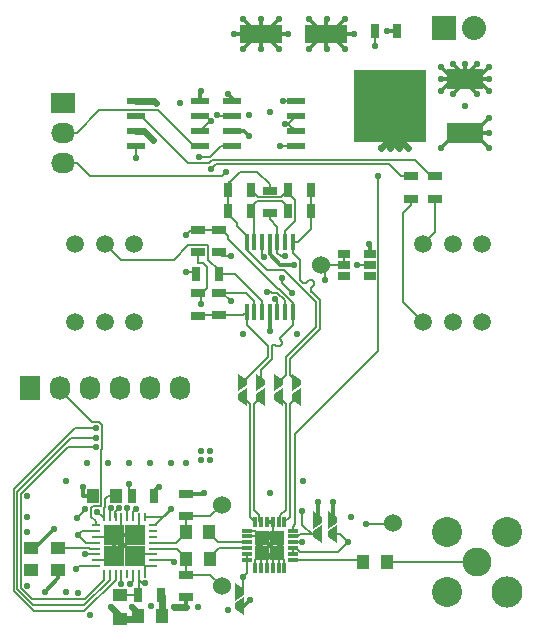
<source format=gtl>
G04 #@! TF.FileFunction,Copper,L1,Top,Signal*
%FSLAX46Y46*%
G04 Gerber Fmt 4.6, Leading zero omitted, Abs format (unit mm)*
G04 Created by KiCad (PCBNEW (2015-09-23 BZR 6209)-product) date Thu 24 Sep 2015 02:01:43 PM EDT*
%MOMM*%
G01*
G04 APERTURE LIST*
%ADD10C,0.100000*%
%ADD11R,3.599180X1.600200*%
%ADD12R,1.000000X1.250000*%
%ADD13R,1.250000X1.000000*%
%ADD14R,0.700000X1.300000*%
%ADD15R,1.300000X0.700000*%
%ADD16C,1.500000*%
%ADD17R,1.550000X0.600000*%
%ADD18R,1.060000X0.650000*%
%ADD19R,0.450000X1.450000*%
%ADD20R,3.048000X1.651000*%
%ADD21R,6.096000X6.096000*%
%ADD22R,0.250000X0.700000*%
%ADD23R,0.700000X0.250000*%
%ADD24R,1.725000X1.725000*%
%ADD25R,0.300000X0.850000*%
%ADD26R,0.850000X0.300000*%
%ADD27R,1.300000X1.300000*%
%ADD28R,1.300000X1.100000*%
%ADD29C,1.524000*%
%ADD30R,2.032000X1.727200*%
%ADD31O,2.032000X1.727200*%
%ADD32R,2.032000X2.032000*%
%ADD33O,2.032000X2.032000*%
%ADD34C,2.440000*%
%ADD35C,2.540000*%
%ADD36C,2.640000*%
%ADD37R,1.727200X2.032000*%
%ADD38O,1.727200X2.032000*%
%ADD39C,0.584200*%
%ADD40C,0.177800*%
%ADD41C,0.304800*%
%ADD42C,0.584200*%
%ADD43C,0.152400*%
G04 APERTURE END LIST*
D10*
G36*
X20466000Y-53023200D02*
X19666000Y-52523200D01*
X19666000Y-52023200D01*
X20466000Y-51523200D01*
X20466000Y-53023200D01*
X20466000Y-53023200D01*
G37*
G36*
X19666000Y-50304000D02*
X20466000Y-50804000D01*
X20466000Y-51304000D01*
X19666000Y-51804000D01*
X19666000Y-50304000D01*
X19666000Y-50304000D01*
G37*
D11*
X27388820Y-3810000D03*
X21887180Y-3810000D03*
D12*
X17494000Y-45974000D03*
X15494000Y-45974000D03*
X17526000Y-48260000D03*
X15526000Y-48260000D03*
X9620000Y-42926000D03*
X7620000Y-42926000D03*
D13*
X9906000Y-51340000D03*
X9906000Y-53340000D03*
D12*
X32496000Y-48514000D03*
X30496000Y-48514000D03*
X13462000Y-53086000D03*
X11462000Y-53086000D03*
D10*
G36*
X19920000Y-32574800D02*
X20720000Y-33074800D01*
X20720000Y-33574800D01*
X19920000Y-34074800D01*
X19920000Y-32574800D01*
X19920000Y-32574800D01*
G37*
G36*
X20720000Y-35294000D02*
X19920000Y-34794000D01*
X19920000Y-34294000D01*
X20720000Y-33794000D01*
X20720000Y-35294000D01*
X20720000Y-35294000D01*
G37*
G36*
X21444000Y-32574800D02*
X22244000Y-33074800D01*
X22244000Y-33574800D01*
X21444000Y-34074800D01*
X21444000Y-32574800D01*
X21444000Y-32574800D01*
G37*
G36*
X22244000Y-35294000D02*
X21444000Y-34794000D01*
X21444000Y-34294000D01*
X22244000Y-33794000D01*
X22244000Y-35294000D01*
X22244000Y-35294000D01*
G37*
G36*
X24492000Y-32574800D02*
X25292000Y-33074800D01*
X25292000Y-33574800D01*
X24492000Y-34074800D01*
X24492000Y-32574800D01*
X24492000Y-32574800D01*
G37*
G36*
X25292000Y-35294000D02*
X24492000Y-34794000D01*
X24492000Y-34294000D01*
X25292000Y-33794000D01*
X25292000Y-35294000D01*
X25292000Y-35294000D01*
G37*
G36*
X22968000Y-32574800D02*
X23768000Y-33074800D01*
X23768000Y-33574800D01*
X22968000Y-34074800D01*
X22968000Y-32574800D01*
X22968000Y-32574800D01*
G37*
G36*
X23768000Y-35294000D02*
X22968000Y-34794000D01*
X22968000Y-34294000D01*
X23768000Y-33794000D01*
X23768000Y-35294000D01*
X23768000Y-35294000D01*
G37*
G36*
X27070000Y-46927200D02*
X26270000Y-46427200D01*
X26270000Y-45927200D01*
X27070000Y-45427200D01*
X27070000Y-46927200D01*
X27070000Y-46927200D01*
G37*
G36*
X26270000Y-44208000D02*
X27070000Y-44708000D01*
X27070000Y-45208000D01*
X26270000Y-45708000D01*
X26270000Y-44208000D01*
X26270000Y-44208000D01*
G37*
G36*
X28340000Y-46927200D02*
X27540000Y-46427200D01*
X27540000Y-45927200D01*
X28340000Y-45427200D01*
X28340000Y-46927200D01*
X28340000Y-46927200D01*
G37*
G36*
X27540000Y-44208000D02*
X28340000Y-44708000D01*
X28340000Y-45208000D01*
X27540000Y-45708000D01*
X27540000Y-44208000D01*
X27540000Y-44208000D01*
G37*
D14*
X31496000Y-3556000D03*
X33396000Y-3556000D03*
D15*
X34544000Y-17780000D03*
X34544000Y-15880000D03*
X36576000Y-17780000D03*
X36576000Y-15880000D03*
D14*
X16388000Y-24130000D03*
X18288000Y-24130000D03*
D15*
X18288000Y-27620000D03*
X18288000Y-25720000D03*
X18288000Y-20386000D03*
X18288000Y-22286000D03*
X16510000Y-27686000D03*
X16510000Y-25786000D03*
X16510000Y-20386000D03*
X16510000Y-22286000D03*
X22606000Y-17084000D03*
X22606000Y-18984000D03*
D14*
X26096000Y-17018000D03*
X24196000Y-17018000D03*
X19116000Y-17018000D03*
X21016000Y-17018000D03*
X26096000Y-18796000D03*
X24196000Y-18796000D03*
X19116000Y-18796000D03*
X21016000Y-18796000D03*
X10922000Y-42926000D03*
X12822000Y-42926000D03*
D15*
X15494000Y-51496000D03*
X15494000Y-49596000D03*
X15494000Y-42738000D03*
X15494000Y-44638000D03*
D14*
X11496000Y-51308000D03*
X13396000Y-51308000D03*
D16*
X38100000Y-28194000D03*
X35600000Y-28194000D03*
X40600000Y-28194000D03*
X38100000Y-21590000D03*
X35600000Y-21590000D03*
X40600000Y-21590000D03*
X8636000Y-21590000D03*
X6136000Y-21590000D03*
X11136000Y-21590000D03*
X8636000Y-28194000D03*
X6136000Y-28194000D03*
X11136000Y-28194000D03*
D17*
X24798000Y-13335000D03*
X24798000Y-12065000D03*
X24798000Y-10795000D03*
X24798000Y-9525000D03*
X19398000Y-9525000D03*
X19398000Y-10795000D03*
X19398000Y-12065000D03*
X19398000Y-13335000D03*
X16670000Y-13335000D03*
X16670000Y-12065000D03*
X16670000Y-10795000D03*
X16670000Y-9525000D03*
X11270000Y-9525000D03*
X11270000Y-10795000D03*
X11270000Y-12065000D03*
X11270000Y-13335000D03*
D18*
X31072000Y-24318000D03*
X31072000Y-23368000D03*
X31072000Y-22418000D03*
X28872000Y-22418000D03*
X28872000Y-24318000D03*
X28872000Y-23368000D03*
D19*
X20656000Y-27334000D03*
X21306000Y-27334000D03*
X21956000Y-27334000D03*
X22606000Y-27334000D03*
X23256000Y-27334000D03*
X23906000Y-27334000D03*
X24556000Y-27334000D03*
X24556000Y-21434000D03*
X23906000Y-21434000D03*
X23256000Y-21434000D03*
X22606000Y-21434000D03*
X21956000Y-21434000D03*
X21306000Y-21434000D03*
X20656000Y-21434000D03*
D20*
X39116000Y-12192000D03*
D21*
X32766000Y-9906000D03*
D20*
X39116000Y-7620000D03*
D22*
X8550000Y-49537000D03*
X9050000Y-49537000D03*
X9550000Y-49537000D03*
X10050000Y-49537000D03*
X10550000Y-49537000D03*
X11050000Y-49537000D03*
X11550000Y-49537000D03*
X12050000Y-49537000D03*
D23*
X12700000Y-48887000D03*
X12700000Y-48387000D03*
X12700000Y-47887000D03*
X12700000Y-47387000D03*
X12700000Y-46887000D03*
X12700000Y-46387000D03*
X12700000Y-45887000D03*
X12700000Y-45387000D03*
D22*
X12050000Y-44737000D03*
X11550000Y-44737000D03*
X11050000Y-44737000D03*
X10550000Y-44737000D03*
X10050000Y-44737000D03*
X9550000Y-44737000D03*
X9050000Y-44737000D03*
X8550000Y-44737000D03*
D23*
X7900000Y-45387000D03*
X7900000Y-45887000D03*
X7900000Y-46387000D03*
X7900000Y-46887000D03*
X7900000Y-47387000D03*
X7900000Y-47887000D03*
X7900000Y-48387000D03*
X7900000Y-48887000D03*
D24*
X11162500Y-46274500D03*
X9437500Y-46274500D03*
X11162500Y-47999500D03*
X9437500Y-47999500D03*
D25*
X21356000Y-49067000D03*
X21856000Y-49067000D03*
X22356000Y-49067000D03*
X22856000Y-49067000D03*
X23356000Y-49067000D03*
X23856000Y-49067000D03*
D26*
X24556000Y-48367000D03*
X24556000Y-47867000D03*
X24556000Y-47367000D03*
X24556000Y-46867000D03*
X24556000Y-46367000D03*
X24556000Y-45867000D03*
D25*
X23856000Y-45167000D03*
X23356000Y-45167000D03*
X22856000Y-45167000D03*
X22356000Y-45167000D03*
X21856000Y-45167000D03*
X21356000Y-45167000D03*
D26*
X20656000Y-45867000D03*
X20656000Y-46367000D03*
X20656000Y-46867000D03*
X20656000Y-47367000D03*
X20656000Y-47867000D03*
X20656000Y-48367000D03*
D27*
X23256000Y-46467000D03*
X21956000Y-46467000D03*
X23256000Y-47767000D03*
X21956000Y-47767000D03*
D28*
X2406000Y-47310000D03*
X4706000Y-47310000D03*
X2406000Y-49210000D03*
X4706000Y-49210000D03*
D29*
X26924000Y-23368000D03*
X18542000Y-43688000D03*
X33020000Y-45212000D03*
D30*
X5080000Y-9652000D03*
D31*
X5080000Y-12192000D03*
X5080000Y-14732000D03*
D32*
X37338000Y-3302000D03*
D33*
X39878000Y-3302000D03*
D29*
X18542000Y-50546000D03*
D34*
X40132000Y-48514000D03*
D35*
X37592000Y-45974000D03*
X42672000Y-45974000D03*
X37592000Y-51054000D03*
D36*
X42672000Y-51054000D03*
D37*
X2286000Y-33782000D03*
D38*
X4826000Y-33782000D03*
X7366000Y-33782000D03*
X9906000Y-33782000D03*
X12446000Y-33782000D03*
X14986000Y-33782000D03*
D39*
X17653000Y-11176000D03*
X23876000Y-11430000D03*
X22606000Y-10449159D03*
X23749000Y-9525000D03*
X2062961Y-50531158D03*
X2079988Y-42957869D03*
X2048119Y-44704000D03*
X2048119Y-45974000D03*
X7357061Y-52972596D03*
X6779119Y-42164000D03*
X14986000Y-9652000D03*
X25400000Y-41656000D03*
X9017000Y-47498000D03*
X9906000Y-47498000D03*
X10668000Y-47498000D03*
X10668000Y-48387000D03*
X11557000Y-45847000D03*
X9017000Y-45847000D03*
X11557000Y-48387000D03*
X23495000Y-48006000D03*
X11557000Y-47498000D03*
X23495000Y-47117000D03*
X11557000Y-46736000D03*
X21717000Y-48006000D03*
X22606000Y-46228000D03*
X9017000Y-46609000D03*
X23495000Y-46228000D03*
X3556000Y-51054000D03*
X14224000Y-40132000D03*
X9906000Y-46609000D03*
X12446000Y-40132000D03*
X10668000Y-40132000D03*
X8890000Y-40132000D03*
X7112000Y-40132000D03*
X9906000Y-48387000D03*
X9144000Y-52324000D03*
X10922000Y-52324000D03*
X16510000Y-52324000D03*
X29972000Y-23368000D03*
X19558000Y-3810000D03*
X29464000Y-44704000D03*
X20320000Y-5080000D03*
X10668000Y-46609000D03*
X23368000Y-2540000D03*
X22606000Y-47117000D03*
X9906000Y-45847000D03*
X21844000Y-2540000D03*
X24130000Y-3810000D03*
X21717000Y-46228000D03*
X21844000Y-5080000D03*
X41148000Y-13462000D03*
X41148000Y-10922000D03*
X12592858Y-52267976D03*
X15494000Y-40132000D03*
X39116000Y-9906000D03*
X23368000Y-5080000D03*
X22606000Y-42672000D03*
X20828000Y-10668000D03*
X10668000Y-45847000D03*
X41148000Y-12192000D03*
X16764000Y-8636000D03*
X9017000Y-48387000D03*
X24892000Y-29210000D03*
X13208000Y-42164000D03*
X37084000Y-13462000D03*
X20320000Y-29210000D03*
X24638000Y-23368000D03*
X19050000Y-52578000D03*
X20320000Y-2540000D03*
X21717000Y-47117000D03*
X32512000Y-3556000D03*
X22606000Y-48006000D03*
X12700000Y-12827000D03*
X12954000Y-9652000D03*
X20949580Y-51751411D03*
X27940000Y-43434000D03*
X26670000Y-43434000D03*
X30988000Y-21590000D03*
X25908000Y-5080000D03*
X25908000Y-2540000D03*
X28956000Y-2540000D03*
X28956000Y-5080000D03*
X27432000Y-5080000D03*
X27432000Y-2540000D03*
X29718000Y-3810000D03*
X37084000Y-8636000D03*
X37084000Y-6604000D03*
X37084000Y-7620000D03*
X38100000Y-8890000D03*
X40132000Y-8890000D03*
X41148000Y-8636000D03*
X41148000Y-6604000D03*
X38100000Y-6350000D03*
X40132000Y-6350000D03*
X39116000Y-6350000D03*
X41148000Y-7620000D03*
X20828000Y-12446000D03*
X19050000Y-8890000D03*
X22606000Y-28956000D03*
X23013538Y-26234563D03*
X27305000Y-24638000D03*
X22098000Y-22733000D03*
X34290000Y-13462000D03*
X32004000Y-13462000D03*
X16764000Y-39878000D03*
X16764000Y-39116000D03*
X6350000Y-51183520D03*
X6223000Y-49149000D03*
X14224000Y-44069000D03*
X10795000Y-50419000D03*
X10033000Y-50423438D03*
X4318000Y-45720000D03*
X17018000Y-42672000D03*
X6350000Y-46228000D03*
X5334000Y-41656000D03*
X5334000Y-51054000D03*
X15494000Y-52324000D03*
X14478000Y-48514000D03*
X14478000Y-52324000D03*
X33528000Y-13462000D03*
X32766000Y-13462000D03*
X17526000Y-39878000D03*
X17526000Y-39116000D03*
X11251591Y-44001594D03*
X9126065Y-43969309D03*
X10542990Y-43991561D03*
X12065000Y-50303562D03*
X25374525Y-44195479D03*
X6985000Y-47879000D03*
X7874000Y-37211000D03*
X7874000Y-38046673D03*
X7874000Y-38755346D03*
X31496000Y-4826000D03*
X31750000Y-15875000D03*
X18154107Y-10674893D03*
X17653000Y-15240000D03*
X19304000Y-22606000D03*
X19304000Y-26416000D03*
X16764000Y-26670000D03*
X22352000Y-25654000D03*
X24511000Y-25781000D03*
X23622000Y-24511000D03*
X23876000Y-22606000D03*
X9834734Y-43967572D03*
X10668000Y-41937562D03*
X16637000Y-14224000D03*
X11303000Y-14351000D03*
X30734000Y-45339000D03*
X25374438Y-46863000D03*
X15494000Y-24003000D03*
X15494000Y-20828000D03*
X20320000Y-49784000D03*
X6279994Y-44838497D03*
X6985000Y-44080562D03*
X8001000Y-44269845D03*
X29210000Y-46863000D03*
X23495000Y-13335000D03*
X18923000Y-15494000D03*
D40*
X16670000Y-10795000D02*
X17272000Y-10795000D01*
X17272000Y-10795000D02*
X17653000Y-11176000D01*
X17653000Y-11176000D02*
X17559000Y-11176000D01*
X17559000Y-11176000D02*
X16670000Y-12065000D01*
X23876000Y-11430000D02*
X24163000Y-11430000D01*
X24163000Y-11430000D02*
X24798000Y-12065000D01*
X24163000Y-11430000D02*
X24798000Y-10795000D01*
X31072000Y-23368000D02*
X29972000Y-23368000D01*
X24798000Y-9525000D02*
X23749000Y-9525000D01*
D41*
X22356000Y-45167000D02*
X22856000Y-45167000D01*
D42*
X11462000Y-53086000D02*
X11462000Y-52864000D01*
X11462000Y-52864000D02*
X10922000Y-52324000D01*
X9906000Y-53340000D02*
X9906000Y-53086000D01*
X9906000Y-53086000D02*
X9144000Y-52324000D01*
X9906000Y-53340000D02*
X11208000Y-53340000D01*
X11208000Y-53340000D02*
X11462000Y-53086000D01*
D41*
X6779119Y-42577091D02*
X6779119Y-42164000D01*
X6779119Y-42889919D02*
X6779119Y-42577091D01*
X6815200Y-42926000D02*
X6779119Y-42889919D01*
X7620000Y-42926000D02*
X6815200Y-42926000D01*
D40*
X12700000Y-47887000D02*
X11275000Y-47887000D01*
X11275000Y-47887000D02*
X11162500Y-47999500D01*
X10050000Y-44737000D02*
X10050000Y-45703000D01*
X10050000Y-45703000D02*
X9906000Y-45847000D01*
X11550000Y-44737000D02*
X11550000Y-45840000D01*
X11550000Y-45840000D02*
X11557000Y-45847000D01*
X7900000Y-46387000D02*
X8795000Y-46387000D01*
X8795000Y-46387000D02*
X9017000Y-46609000D01*
X7900000Y-48387000D02*
X9017000Y-48387000D01*
X12050000Y-49537000D02*
X12050000Y-48880000D01*
X12050000Y-48880000D02*
X11557000Y-48387000D01*
X12700000Y-48887000D02*
X12057000Y-48887000D01*
X12057000Y-48887000D02*
X11557000Y-48387000D01*
X23856000Y-49067000D02*
X23856000Y-48367000D01*
X23856000Y-48367000D02*
X23495000Y-48006000D01*
X23356000Y-49067000D02*
X23356000Y-47867000D01*
X23356000Y-47867000D02*
X23256000Y-47767000D01*
X22856000Y-49067000D02*
X22856000Y-48256000D01*
X22856000Y-48256000D02*
X22606000Y-48006000D01*
X22356000Y-49067000D02*
X22356000Y-48167000D01*
X22356000Y-48167000D02*
X21956000Y-47767000D01*
X21356000Y-49067000D02*
X21356000Y-48367000D01*
X21356000Y-48367000D02*
X21956000Y-47767000D01*
X20656000Y-45867000D02*
X21356000Y-45867000D01*
X21356000Y-45867000D02*
X21717000Y-46228000D01*
X22856000Y-45167000D02*
X22856000Y-45978000D01*
X22856000Y-45978000D02*
X22606000Y-46228000D01*
X20656000Y-46367000D02*
X21578000Y-46367000D01*
X21578000Y-46367000D02*
X21717000Y-46228000D01*
X21856000Y-49067000D02*
X21856000Y-48145000D01*
X21856000Y-48145000D02*
X21717000Y-48006000D01*
D41*
X9906000Y-46609000D02*
X9906000Y-47531000D01*
X9437500Y-46274500D02*
X11162500Y-47999500D01*
X9437500Y-46274500D02*
X9437500Y-47999500D01*
X23256000Y-46467000D02*
X21956000Y-46467000D01*
X23368000Y-47879000D02*
X23256000Y-47767000D01*
X23368000Y-46228000D02*
X23368000Y-46355000D01*
X21844000Y-46228000D02*
X21844000Y-46355000D01*
X21844000Y-46228000D02*
X21844000Y-47655000D01*
X21844000Y-47655000D02*
X21956000Y-47767000D01*
X4706000Y-49210000D02*
X4706000Y-49904000D01*
X4706000Y-49904000D02*
X3556000Y-51054000D01*
X9906000Y-47498000D02*
X9906000Y-47531000D01*
X12822000Y-42926000D02*
X12822000Y-42550000D01*
X23368000Y-48006000D02*
X23368000Y-47879000D01*
X11162500Y-46274500D02*
X9437500Y-47999500D01*
X23368000Y-46355000D02*
X23256000Y-46467000D01*
X21887180Y-3810000D02*
X19558000Y-3810000D01*
X21887180Y-3810000D02*
X21590000Y-3810000D01*
X22098000Y-3810000D02*
X23368000Y-2540000D01*
X21844000Y-46355000D02*
X21956000Y-46467000D01*
X21887180Y-5036820D02*
X21844000Y-5080000D01*
X22098000Y-3810000D02*
X23368000Y-5080000D01*
X33396000Y-3556000D02*
X32512000Y-3556000D01*
X39116000Y-12192000D02*
X38354000Y-12192000D01*
X39878000Y-12192000D02*
X41148000Y-13462000D01*
X39116000Y-12192000D02*
X39878000Y-12192000D01*
X12822000Y-42550000D02*
X13208000Y-42164000D01*
X39878000Y-12192000D02*
X41148000Y-10922000D01*
X21590000Y-3810000D02*
X20320000Y-2540000D01*
X21887180Y-3810000D02*
X24130000Y-3810000D01*
X39116000Y-12192000D02*
X41148000Y-12192000D01*
X9437500Y-46274500D02*
X11162500Y-46274500D01*
X16670000Y-8730000D02*
X16764000Y-8636000D01*
X21887180Y-3810000D02*
X21887180Y-2583180D01*
X22606000Y-21434000D02*
X22606000Y-22463800D01*
X23510200Y-23368000D02*
X24638000Y-23368000D01*
X21590000Y-3810000D02*
X20320000Y-5080000D01*
X21887180Y-3810000D02*
X21887180Y-5036820D01*
X38354000Y-12192000D02*
X37084000Y-13462000D01*
X22606000Y-22463800D02*
X23510200Y-23368000D01*
X9906000Y-47531000D02*
X9437500Y-47999500D01*
X21887180Y-2583180D02*
X21844000Y-2540000D01*
X16670000Y-9525000D02*
X16670000Y-8730000D01*
X21887180Y-3810000D02*
X22098000Y-3810000D01*
D42*
X11270000Y-12065000D02*
X11938000Y-12065000D01*
X11938000Y-12065000D02*
X12700000Y-12827000D01*
X11270000Y-9525000D02*
X12827000Y-9525000D01*
X12827000Y-9525000D02*
X12954000Y-9652000D01*
D41*
X20066000Y-52273200D02*
X20427791Y-52273200D01*
X20427791Y-52273200D02*
X20949580Y-51751411D01*
X27940000Y-44958000D02*
X27940000Y-43434000D01*
X26670000Y-44958000D02*
X26670000Y-43434000D01*
X31072000Y-22418000D02*
X31072000Y-21674000D01*
X31072000Y-21674000D02*
X30988000Y-21590000D01*
X27178000Y-3810000D02*
X25908000Y-5080000D01*
X27388820Y-3810000D02*
X27178000Y-3810000D01*
X27178000Y-3810000D02*
X25908000Y-2540000D01*
X27686000Y-3810000D02*
X28956000Y-2540000D01*
X27388820Y-3810000D02*
X27686000Y-3810000D01*
X27686000Y-3810000D02*
X28956000Y-5080000D01*
X27388820Y-3810000D02*
X27388820Y-5036820D01*
X27388820Y-5036820D02*
X27432000Y-5080000D01*
X27388820Y-3810000D02*
X27388820Y-2583180D01*
X27388820Y-2583180D02*
X27432000Y-2540000D01*
X27388820Y-3810000D02*
X29718000Y-3810000D01*
X38100000Y-7620000D02*
X37084000Y-8636000D01*
X39116000Y-7620000D02*
X38100000Y-7620000D01*
X38100000Y-7620000D02*
X37084000Y-6604000D01*
X39116000Y-7620000D02*
X37084000Y-7620000D01*
X39116000Y-7874000D02*
X38100000Y-8890000D01*
X39116000Y-7620000D02*
X39116000Y-7874000D01*
X39116000Y-7874000D02*
X40132000Y-8890000D01*
X40132000Y-7620000D02*
X41148000Y-8636000D01*
X39116000Y-7620000D02*
X40132000Y-7620000D01*
X40132000Y-7620000D02*
X41148000Y-6604000D01*
X39116000Y-7366000D02*
X38100000Y-6350000D01*
X39116000Y-7620000D02*
X39116000Y-7366000D01*
X39116000Y-7366000D02*
X40132000Y-6350000D01*
X39116000Y-7620000D02*
X39116000Y-6350000D01*
X39116000Y-7620000D02*
X41148000Y-7620000D01*
X19398000Y-12065000D02*
X20447000Y-12065000D01*
X20447000Y-12065000D02*
X20828000Y-12446000D01*
X19398000Y-9525000D02*
X19398000Y-9238000D01*
X19398000Y-9238000D02*
X19050000Y-8890000D01*
X22606000Y-28956000D02*
X22606000Y-27334000D01*
D40*
X28872000Y-22418000D02*
X28872000Y-23368000D01*
X23256000Y-26477025D02*
X23013538Y-26234563D01*
X23256000Y-27334000D02*
X23256000Y-26477025D01*
X28872000Y-23368000D02*
X26924000Y-23368000D01*
X27305000Y-24638000D02*
X27305000Y-23749000D01*
X27305000Y-23749000D02*
X26924000Y-23368000D01*
X21956000Y-21434000D02*
X21956000Y-22591000D01*
X21956000Y-22591000D02*
X22098000Y-22733000D01*
D42*
X32766000Y-9906000D02*
X32766000Y-12700000D01*
X32766000Y-12700000D02*
X33528000Y-13462000D01*
X32766000Y-9906000D02*
X32766000Y-11938000D01*
X32766000Y-11938000D02*
X34290000Y-13462000D01*
X32766000Y-12700000D02*
X32004000Y-13462000D01*
X15494000Y-52324000D02*
X14478000Y-52324000D01*
D40*
X7900000Y-48887000D02*
X6485000Y-48887000D01*
X6485000Y-48887000D02*
X6223000Y-49149000D01*
X7900000Y-46887000D02*
X7009000Y-46887000D01*
X7009000Y-46887000D02*
X6350000Y-46228000D01*
X7900000Y-45887000D02*
X6691000Y-45887000D01*
X6691000Y-45887000D02*
X6350000Y-46228000D01*
X12050000Y-44737000D02*
X13556000Y-44737000D01*
X13556000Y-44737000D02*
X14224000Y-44069000D01*
X12700000Y-45387000D02*
X12925000Y-45387000D01*
X12925000Y-45387000D02*
X14224000Y-44088000D01*
X14224000Y-44088000D02*
X14224000Y-44069000D01*
X12700000Y-48387000D02*
X14351000Y-48387000D01*
X14351000Y-48387000D02*
X14478000Y-48514000D01*
X11050000Y-49537000D02*
X11050000Y-50164000D01*
X11050000Y-50164000D02*
X10795000Y-50419000D01*
X10050000Y-49537000D02*
X10050000Y-50406438D01*
X10050000Y-50406438D02*
X10033000Y-50423438D01*
D41*
X2406000Y-47310000D02*
X2728000Y-47310000D01*
X2728000Y-47310000D02*
X4318000Y-45720000D01*
X15494000Y-42738000D02*
X16952000Y-42738000D01*
X16952000Y-42738000D02*
X17018000Y-42672000D01*
X15494000Y-51496000D02*
X15494000Y-52324000D01*
D42*
X33528000Y-13462000D02*
X33528000Y-10668000D01*
X33528000Y-10668000D02*
X32766000Y-9906000D01*
X32766000Y-13462000D02*
X32766000Y-9906000D01*
D40*
X11050000Y-44203185D02*
X11251591Y-44001594D01*
X11050000Y-44737000D02*
X11050000Y-44203185D01*
X9050000Y-44045374D02*
X9126065Y-43969309D01*
X9050000Y-44737000D02*
X9050000Y-44045374D01*
X10550000Y-43998571D02*
X10542990Y-43991561D01*
X10550000Y-44737000D02*
X10550000Y-43998571D01*
X11550000Y-49537000D02*
X11550000Y-50064800D01*
X11550000Y-50064800D02*
X11788762Y-50303562D01*
X11788762Y-50303562D02*
X12065000Y-50303562D01*
X11496000Y-51308000D02*
X11496000Y-51115000D01*
X11496000Y-51308000D02*
X9938000Y-51308000D01*
X9938000Y-51308000D02*
X9906000Y-51340000D01*
X11550000Y-49537000D02*
X11550000Y-51254000D01*
X11550000Y-51254000D02*
X11496000Y-51308000D01*
X26170000Y-46177200D02*
X25185153Y-46177200D01*
X25185153Y-46177200D02*
X24995353Y-46367000D01*
X24995353Y-46367000D02*
X24556000Y-46367000D01*
X26170000Y-46177200D02*
X25374525Y-45381725D01*
X25374525Y-45381725D02*
X25374525Y-44195479D01*
X26670000Y-46177200D02*
X26170000Y-46177200D01*
X5080000Y-12192000D02*
X6273800Y-12192000D01*
X6273800Y-12192000D02*
X8184161Y-10281639D01*
X8184161Y-10281639D02*
X13141639Y-10281639D01*
X13141639Y-10281639D02*
X16195000Y-13335000D01*
X16195000Y-13335000D02*
X16670000Y-13335000D01*
X8333361Y-39023724D02*
X8379462Y-38977623D01*
X7490461Y-43958454D02*
X7684554Y-43764361D01*
X8333361Y-43721689D02*
X8333361Y-39023724D01*
X8379462Y-38977623D02*
X8379462Y-36968377D01*
X8290689Y-43764361D02*
X8333361Y-43721689D01*
X7597138Y-36705538D02*
X4826000Y-33934400D01*
X4826000Y-33934400D02*
X4826000Y-33782000D01*
X8379462Y-36968377D02*
X8116623Y-36705538D01*
X8116623Y-36705538D02*
X7597138Y-36705538D01*
X7684554Y-43764361D02*
X8290689Y-43764361D01*
X7490461Y-44674661D02*
X7490461Y-43958454D01*
X7900000Y-45084200D02*
X7490461Y-44674661D01*
X7900000Y-45387000D02*
X7900000Y-45084200D01*
X6985000Y-47879000D02*
X7892000Y-47879000D01*
X7892000Y-47879000D02*
X7900000Y-47887000D01*
X938097Y-42368903D02*
X6096000Y-37211000D01*
X6096000Y-37211000D02*
X7874000Y-37211000D01*
X2667000Y-52705000D02*
X938097Y-50976097D01*
X938097Y-50976097D02*
X938097Y-42368903D01*
X3462000Y-52705000D02*
X2667000Y-52705000D01*
X6909800Y-52705000D02*
X3462000Y-52705000D01*
X9550000Y-49537000D02*
X9550000Y-50064800D01*
X9550000Y-50064800D02*
X6909800Y-52705000D01*
X9050000Y-49537000D02*
X9050000Y-50064800D01*
X9050000Y-50064800D02*
X6917800Y-52197000D01*
X6917800Y-52197000D02*
X2586474Y-52197000D01*
X2586474Y-52197000D02*
X1240368Y-50850894D01*
X1240368Y-50850894D02*
X1240368Y-42574632D01*
X5768327Y-38046673D02*
X7460909Y-38046673D01*
X7460909Y-38046673D02*
X7874000Y-38046673D01*
X1240368Y-42574632D02*
X5768327Y-38046673D01*
X8550000Y-49537000D02*
X8550000Y-50064800D01*
X8550000Y-50064800D02*
X6925800Y-51689000D01*
X6925800Y-51689000D02*
X6858000Y-51689000D01*
X6623000Y-51689000D02*
X6858000Y-51689000D01*
X6623000Y-51689000D02*
X2505948Y-51689000D01*
X1542639Y-50725691D02*
X1542639Y-42780361D01*
X1542639Y-42780361D02*
X5567654Y-38755346D01*
X8550000Y-49537000D02*
X8550000Y-49762000D01*
X2505948Y-51689000D02*
X1542639Y-50725691D01*
X5567654Y-38755346D02*
X7460909Y-38755346D01*
X7460909Y-38755346D02*
X7874000Y-38755346D01*
X31496000Y-4826000D02*
X31496000Y-3556000D01*
X24765000Y-37719000D02*
X31815361Y-30668639D01*
X31815361Y-15940361D02*
X31750000Y-15875000D01*
X31815361Y-30668639D02*
X31815361Y-15940361D01*
X24765000Y-45330200D02*
X24765000Y-37719000D01*
X24556000Y-45867000D02*
X24556000Y-45539200D01*
X24556000Y-45539200D02*
X24765000Y-45330200D01*
X33909000Y-18942800D02*
X33909000Y-26503000D01*
X33909000Y-26503000D02*
X35600000Y-28194000D01*
X34544000Y-17780000D02*
X34544000Y-18307800D01*
X34544000Y-18307800D02*
X33909000Y-18942800D01*
X18274214Y-10795000D02*
X18154107Y-10674893D01*
X19398000Y-10795000D02*
X18274214Y-10795000D01*
X32695200Y-14859000D02*
X18034000Y-14859000D01*
X18034000Y-14859000D02*
X17653000Y-15240000D01*
X34544000Y-15880000D02*
X33716200Y-15880000D01*
X33716200Y-15880000D02*
X32695200Y-14859000D01*
X36576000Y-17780000D02*
X36576000Y-20614000D01*
X36576000Y-20614000D02*
X35600000Y-21590000D01*
X11745000Y-10795000D02*
X11270000Y-10795000D01*
X15679462Y-14729462D02*
X11745000Y-10795000D01*
X17478213Y-14729462D02*
X15679462Y-14729462D01*
X17729675Y-14478000D02*
X17478213Y-14729462D01*
X34874000Y-14478000D02*
X17729675Y-14478000D01*
X36276000Y-15880000D02*
X34874000Y-14478000D01*
X36576000Y-15880000D02*
X36276000Y-15880000D01*
X18288000Y-23830000D02*
X18288000Y-24130000D01*
X17373361Y-22915361D02*
X18288000Y-23830000D01*
X17373361Y-21765311D02*
X17373361Y-22915361D01*
X17330689Y-21722639D02*
X17373361Y-21765311D01*
X15689311Y-21722639D02*
X17330689Y-21722639D01*
X14473246Y-22938704D02*
X15689311Y-21722639D01*
X9984704Y-22938704D02*
X14473246Y-22938704D01*
X8636000Y-21590000D02*
X9984704Y-22938704D01*
X21956000Y-27334000D02*
X21956000Y-26431200D01*
X21956000Y-26431200D02*
X19654800Y-24130000D01*
X19654800Y-24130000D02*
X18815800Y-24130000D01*
X18815800Y-24130000D02*
X18288000Y-24130000D01*
X19304000Y-22606000D02*
X18608000Y-22606000D01*
X18608000Y-22606000D02*
X18288000Y-22286000D01*
X18288000Y-25720000D02*
X18608000Y-25720000D01*
X18608000Y-25720000D02*
X19304000Y-26416000D01*
X21306000Y-27334000D02*
X21306000Y-26431200D01*
X21306000Y-26431200D02*
X20594800Y-25720000D01*
X20594800Y-25720000D02*
X19115800Y-25720000D01*
X19115800Y-25720000D02*
X18288000Y-25720000D01*
X22840192Y-25729101D02*
X22765091Y-25654000D01*
X23906000Y-26378940D02*
X23256161Y-25729101D01*
X23906000Y-27334000D02*
X23906000Y-26378940D01*
X22765091Y-25654000D02*
X22352000Y-25654000D01*
X23256161Y-25729101D02*
X22840192Y-25729101D01*
X16510000Y-23240974D02*
X16510000Y-22286000D01*
X17272000Y-25324000D02*
X17272000Y-23575800D01*
X17272000Y-23575800D02*
X16937174Y-23240974D01*
X16937174Y-23240974D02*
X16510000Y-23240974D01*
X16510000Y-25786000D02*
X16810000Y-25786000D01*
X16810000Y-25786000D02*
X17272000Y-25324000D01*
X16764000Y-26670000D02*
X16764000Y-26040000D01*
X16764000Y-26040000D02*
X16510000Y-25786000D01*
X23622000Y-24511000D02*
X23622000Y-24892000D01*
X23622000Y-24892000D02*
X24511000Y-25781000D01*
X23256000Y-21434000D02*
X23256000Y-22336800D01*
X23256000Y-22336800D02*
X23525200Y-22606000D01*
X23525200Y-22606000D02*
X23876000Y-22606000D01*
X22606000Y-18984000D02*
X22606000Y-19511800D01*
X22606000Y-19511800D02*
X23256000Y-20161800D01*
X23256000Y-20161800D02*
X23256000Y-20531200D01*
X23256000Y-20531200D02*
X23256000Y-21434000D01*
X24196000Y-17018000D02*
X23566639Y-17647361D01*
X23566639Y-17647361D02*
X21645361Y-17647361D01*
X21645361Y-17647361D02*
X21016000Y-17018000D01*
X23906000Y-21434000D02*
X23906000Y-20531200D01*
X23906000Y-20531200D02*
X24759361Y-19677839D01*
X24759361Y-19677839D02*
X24759361Y-17881361D01*
X24196000Y-17318000D02*
X24196000Y-17018000D01*
X24759361Y-17881361D02*
X24196000Y-17318000D01*
X21306000Y-21434000D02*
X21306000Y-19086000D01*
X21306000Y-19086000D02*
X21016000Y-18796000D01*
X24196000Y-18796000D02*
X24196000Y-18496000D01*
X24196000Y-18496000D02*
X23668200Y-17968200D01*
X23668200Y-17968200D02*
X21543800Y-17968200D01*
X21543800Y-17968200D02*
X21016000Y-18496000D01*
X21016000Y-18496000D02*
X21016000Y-18796000D01*
X9542635Y-44729635D02*
X9542635Y-44259671D01*
X9550000Y-44737000D02*
X9542635Y-44729635D01*
X9542635Y-44259671D02*
X9834734Y-43967572D01*
X10668000Y-41937562D02*
X10668000Y-42672000D01*
X10668000Y-42672000D02*
X10922000Y-42926000D01*
X19398000Y-13335000D02*
X18445200Y-13335000D01*
X18445200Y-13335000D02*
X17556200Y-14224000D01*
X17556200Y-14224000D02*
X16637000Y-14224000D01*
X11303000Y-14351000D02*
X11303000Y-13368000D01*
X11303000Y-13368000D02*
X11270000Y-13335000D01*
X5533800Y-47310000D02*
X4706000Y-47310000D01*
X7295200Y-47310000D02*
X5533800Y-47310000D01*
X7372200Y-47387000D02*
X7295200Y-47310000D01*
X7900000Y-47387000D02*
X7372200Y-47387000D01*
X30734000Y-45339000D02*
X32893000Y-45339000D01*
X32893000Y-45339000D02*
X33020000Y-45212000D01*
X25370438Y-46867000D02*
X25374438Y-46863000D01*
X24556000Y-46867000D02*
X25370438Y-46867000D01*
X15494000Y-44638000D02*
X17592000Y-44638000D01*
X17592000Y-44638000D02*
X18542000Y-43688000D01*
X15494000Y-45974000D02*
X15494000Y-44638000D01*
X12700000Y-46887000D02*
X14706000Y-46887000D01*
X14706000Y-46887000D02*
X15494000Y-46099000D01*
X15494000Y-46099000D02*
X15494000Y-45974000D01*
X15510000Y-44654000D02*
X15494000Y-44638000D01*
X15494000Y-49596000D02*
X17592000Y-49596000D01*
X17592000Y-49596000D02*
X18542000Y-50546000D01*
X15526000Y-48260000D02*
X15526000Y-49564000D01*
X15526000Y-49564000D02*
X15494000Y-49596000D01*
X12700000Y-47387000D02*
X14778000Y-47387000D01*
X15526000Y-48135000D02*
X15526000Y-48260000D01*
X14778000Y-47387000D02*
X15526000Y-48135000D01*
X15510000Y-49580000D02*
X15494000Y-49596000D01*
D43*
X20320000Y-34544000D02*
X20915801Y-35139801D01*
X20915801Y-35139801D02*
X20915801Y-44696885D01*
X20915801Y-44696885D02*
X21356000Y-45137084D01*
X21356000Y-45137084D02*
X21356000Y-45167000D01*
X21706661Y-44581471D02*
X21706661Y-45017661D01*
X21844000Y-34544000D02*
X21248199Y-35139801D01*
X21248199Y-35139801D02*
X21248199Y-44123009D01*
X21248199Y-44123009D02*
X21706661Y-44581471D01*
X21706661Y-45017661D02*
X21856000Y-45167000D01*
X24892000Y-34544000D02*
X24296199Y-35139801D01*
X24296199Y-35139801D02*
X24296199Y-44696885D01*
X24296199Y-44696885D02*
X23856000Y-45137084D01*
X23856000Y-45137084D02*
X23856000Y-45167000D01*
X23963801Y-44123009D02*
X23505339Y-44581471D01*
X23505339Y-45017661D02*
X23356000Y-45167000D01*
X23368000Y-34544000D02*
X23963801Y-35139801D01*
X23963801Y-35139801D02*
X23963801Y-44123009D01*
X23505339Y-44581471D02*
X23505339Y-45017661D01*
D40*
X20656000Y-46867000D02*
X18262000Y-46867000D01*
X18262000Y-46867000D02*
X17494000Y-46099000D01*
X17494000Y-46099000D02*
X17494000Y-45974000D01*
X17510000Y-46099000D02*
X17510000Y-45974000D01*
X20656000Y-47367000D02*
X18294000Y-47367000D01*
X18294000Y-47367000D02*
X17526000Y-48135000D01*
X17526000Y-48135000D02*
X17526000Y-48260000D01*
X18288000Y-27620000D02*
X16576000Y-27620000D01*
X16576000Y-27620000D02*
X16510000Y-27686000D01*
X18288000Y-27620000D02*
X20370000Y-27620000D01*
X20370000Y-27620000D02*
X20656000Y-27334000D01*
D43*
X20656000Y-27334000D02*
X20656000Y-28421500D01*
X20656000Y-28421500D02*
X22439800Y-30205300D01*
X22439800Y-30205300D02*
X22439800Y-31205000D01*
X22044301Y-31600499D02*
X20320000Y-33324800D01*
X22439800Y-31205000D02*
X22044301Y-31600499D01*
D40*
X23328830Y-25426830D02*
X19115800Y-21213800D01*
X23381365Y-25426830D02*
X23328830Y-25426830D01*
X24556000Y-27334000D02*
X24556000Y-26601465D01*
X18588000Y-20386000D02*
X18288000Y-20386000D01*
X19115800Y-20913800D02*
X18588000Y-20386000D01*
X19115800Y-21213800D02*
X19115800Y-20913800D01*
X24556000Y-26601465D02*
X23381365Y-25426830D01*
X15494000Y-24003000D02*
X16261000Y-24003000D01*
X16261000Y-24003000D02*
X16388000Y-24130000D01*
X16510000Y-20386000D02*
X15936000Y-20386000D01*
X15936000Y-20386000D02*
X15494000Y-20828000D01*
X18288000Y-20386000D02*
X17460200Y-20386000D01*
X17460200Y-20386000D02*
X16510000Y-20386000D01*
D43*
X23627018Y-29988380D02*
X23627018Y-29931693D01*
X23225594Y-30265239D02*
X23280859Y-30277853D01*
X23589809Y-29825355D02*
X23519121Y-29736715D01*
X23392812Y-30265239D02*
X23443885Y-30240643D01*
X21844000Y-33324800D02*
X21844000Y-32270884D01*
X21844000Y-32270884D02*
X22772200Y-31342684D01*
X23494525Y-29685642D02*
X23481911Y-29630377D01*
X23481911Y-29630377D02*
X23481911Y-29573690D01*
X23034810Y-30145360D02*
X23085883Y-30169956D01*
X23494525Y-29518424D02*
X23519121Y-29467351D01*
X22772200Y-31342684D02*
X22772200Y-30205300D01*
X22816519Y-30169956D02*
X22867592Y-30145360D01*
X22772200Y-30205300D02*
X22816519Y-30169956D01*
X23443885Y-30240643D02*
X23488204Y-30205300D01*
X22867592Y-30145360D02*
X22922857Y-30132746D01*
X23554465Y-30139038D02*
X23589809Y-30094718D01*
X22922857Y-30132746D02*
X22979544Y-30132746D01*
X22979544Y-30132746D02*
X23034810Y-30145360D01*
X23085883Y-30169956D02*
X23174521Y-30240643D01*
X23174521Y-30240643D02*
X23225594Y-30265239D01*
X23488204Y-30205300D02*
X23554465Y-30139038D01*
X23280859Y-30277853D02*
X23337546Y-30277853D01*
X23337546Y-30277853D02*
X23392812Y-30265239D01*
X23589809Y-30094718D02*
X23614404Y-30043646D01*
X23614404Y-30043646D02*
X23627018Y-29988380D01*
X23620728Y-29356771D02*
X24556000Y-28421500D01*
X23519121Y-29467351D02*
X23554465Y-29423032D01*
X23627018Y-29931693D02*
X23614404Y-29876428D01*
X23614404Y-29876428D02*
X23589809Y-29825355D01*
X23519121Y-29736715D02*
X23494525Y-29685642D01*
X23481911Y-29573690D02*
X23494525Y-29518424D01*
X23554465Y-29423032D02*
X23620728Y-29356771D01*
X24556000Y-28421500D02*
X24556000Y-27371500D01*
X24556000Y-27371500D02*
X24556000Y-27334000D01*
D40*
X26096000Y-18796000D02*
X26096000Y-17018000D01*
X24556000Y-21434000D02*
X24958800Y-21434000D01*
X26096000Y-20296800D02*
X26096000Y-19623800D01*
X24958800Y-21434000D02*
X26096000Y-20296800D01*
X26096000Y-19623800D02*
X26096000Y-18796000D01*
D43*
X25146000Y-22926800D02*
X25146000Y-24656958D01*
X25872122Y-24733289D02*
X25924645Y-24691404D01*
X26367419Y-25044505D02*
X26338271Y-25105030D01*
X26296386Y-25157553D02*
X26183623Y-25270317D01*
X25985171Y-24662256D02*
X26050666Y-24647308D01*
X26338272Y-24785812D02*
X26367418Y-24846337D01*
X25146000Y-24656958D02*
X25335096Y-24846054D01*
X25335096Y-24846054D02*
X25387617Y-24887938D01*
X26141737Y-25642058D02*
X26183624Y-25694582D01*
X26183339Y-24662257D02*
X26243865Y-24691405D01*
X25387617Y-24887938D02*
X25448144Y-24917086D01*
X25448144Y-24917086D02*
X25513637Y-24932034D01*
X25513637Y-24932034D02*
X25580817Y-24932035D01*
X25580817Y-24932035D02*
X25646310Y-24917085D01*
X26050666Y-24647308D02*
X26117844Y-24647307D01*
X25759360Y-24846054D02*
X25872122Y-24733289D01*
X25924645Y-24691404D02*
X25985171Y-24662256D01*
X26382368Y-24911832D02*
X26382367Y-24979010D01*
X25646310Y-24917085D02*
X25706837Y-24887939D01*
X26117844Y-24647307D02*
X26183339Y-24662257D01*
X26112589Y-25581532D02*
X26141737Y-25642058D01*
X26112590Y-25383366D02*
X26097640Y-25448859D01*
X25706837Y-24887939D02*
X25759360Y-24846054D01*
X26243865Y-24691405D02*
X26296386Y-24733289D01*
X26296386Y-24733289D02*
X26338272Y-24785812D01*
X26097640Y-25448859D02*
X26097641Y-25516039D01*
X26367418Y-24846337D02*
X26382368Y-24911832D01*
X26382367Y-24979010D02*
X26367419Y-25044505D01*
X26338271Y-25105030D02*
X26296386Y-25157553D01*
X26183623Y-25270317D02*
X26141738Y-25322840D01*
X26141738Y-25322840D02*
X26112590Y-25383366D01*
X26097641Y-25516039D02*
X26112589Y-25581532D01*
X26183624Y-25694582D02*
X26836200Y-26347158D01*
X26836200Y-26347158D02*
X26836200Y-28770842D01*
X26836200Y-28770842D02*
X24296199Y-31310843D01*
X24296199Y-31310843D02*
X24296199Y-32728999D01*
X24296199Y-32728999D02*
X24892000Y-33324800D01*
D40*
X24556000Y-21434000D02*
X24556000Y-22336800D01*
X24556000Y-22336800D02*
X25146000Y-22926800D01*
X19304000Y-16256000D02*
X19116000Y-16444000D01*
X19116000Y-16444000D02*
X19116000Y-17018000D01*
X19558000Y-16002000D02*
X19304000Y-16256000D01*
X20066000Y-15494000D02*
X19558000Y-16002000D01*
X21167800Y-15494000D02*
X20066000Y-15494000D01*
X21543800Y-15494000D02*
X21167800Y-15494000D01*
X22606000Y-17084000D02*
X22606000Y-16556200D01*
X22606000Y-16556200D02*
X21543800Y-15494000D01*
X19116000Y-18796000D02*
X19116000Y-17018000D01*
X19812000Y-20090000D02*
X19812000Y-19792000D01*
X19812000Y-19792000D02*
X19116000Y-19096000D01*
X19116000Y-19096000D02*
X19116000Y-18796000D01*
X20656000Y-21434000D02*
X20656000Y-20934000D01*
X20656000Y-20934000D02*
X19812000Y-20090000D01*
D43*
X26503800Y-26484842D02*
X23833008Y-23814050D01*
X23368000Y-33324800D02*
X23963801Y-32728999D01*
X23963801Y-32728999D02*
X23963801Y-31173157D01*
X23833008Y-23814050D02*
X22352000Y-23814050D01*
X23963801Y-31173157D02*
X26503800Y-28633158D01*
X26503800Y-28633158D02*
X26503800Y-26484842D01*
D40*
X20656000Y-21434000D02*
X20656000Y-22118050D01*
X20656000Y-22118050D02*
X22352000Y-23814050D01*
X20320000Y-49784000D02*
X20320000Y-50800000D01*
X20320000Y-50800000D02*
X20066000Y-51054000D01*
X20656000Y-48367000D02*
X20656000Y-49448000D01*
X20656000Y-49448000D02*
X20320000Y-49784000D01*
X20656000Y-47867000D02*
X20656000Y-48367000D01*
X6985000Y-44080562D02*
X6985000Y-44133491D01*
X6985000Y-44133491D02*
X6279994Y-44838497D01*
X8468155Y-44737000D02*
X8001000Y-44269845D01*
X8550000Y-44737000D02*
X8468155Y-44737000D01*
X8635632Y-43307368D02*
X8635632Y-43232568D01*
X8635632Y-43232568D02*
X8942200Y-42926000D01*
X8942200Y-42926000D02*
X9620000Y-42926000D01*
X8635632Y-43846893D02*
X8635632Y-43307368D01*
X8550000Y-44737000D02*
X8550000Y-43932525D01*
X8550000Y-43932525D02*
X8635632Y-43846893D01*
X24556000Y-47367000D02*
X24831000Y-47367000D01*
X28917901Y-47155099D02*
X29210000Y-46863000D01*
X28378200Y-47694800D02*
X28917901Y-47155099D01*
X25158800Y-47694800D02*
X28378200Y-47694800D01*
X24831000Y-47367000D02*
X25158800Y-47694800D01*
X24556000Y-47867000D02*
X24556000Y-47367000D01*
X27940000Y-46177200D02*
X28524200Y-46177200D01*
X28524200Y-46177200D02*
X29210000Y-46863000D01*
X32496000Y-48514000D02*
X40132000Y-48514000D01*
X24556000Y-48367000D02*
X30349000Y-48367000D01*
X30349000Y-48367000D02*
X30496000Y-48514000D01*
D42*
X13462000Y-53086000D02*
X13462000Y-51374000D01*
X13462000Y-51374000D02*
X13396000Y-51308000D01*
D40*
X13446000Y-51358000D02*
X13396000Y-51308000D01*
X23495000Y-13335000D02*
X24798000Y-13335000D01*
X7416800Y-15875000D02*
X18542000Y-15875000D01*
X18542000Y-15875000D02*
X18923000Y-15494000D01*
X5080000Y-14732000D02*
X6273800Y-14732000D01*
X6273800Y-14732000D02*
X7416800Y-15875000D01*
M02*

</source>
